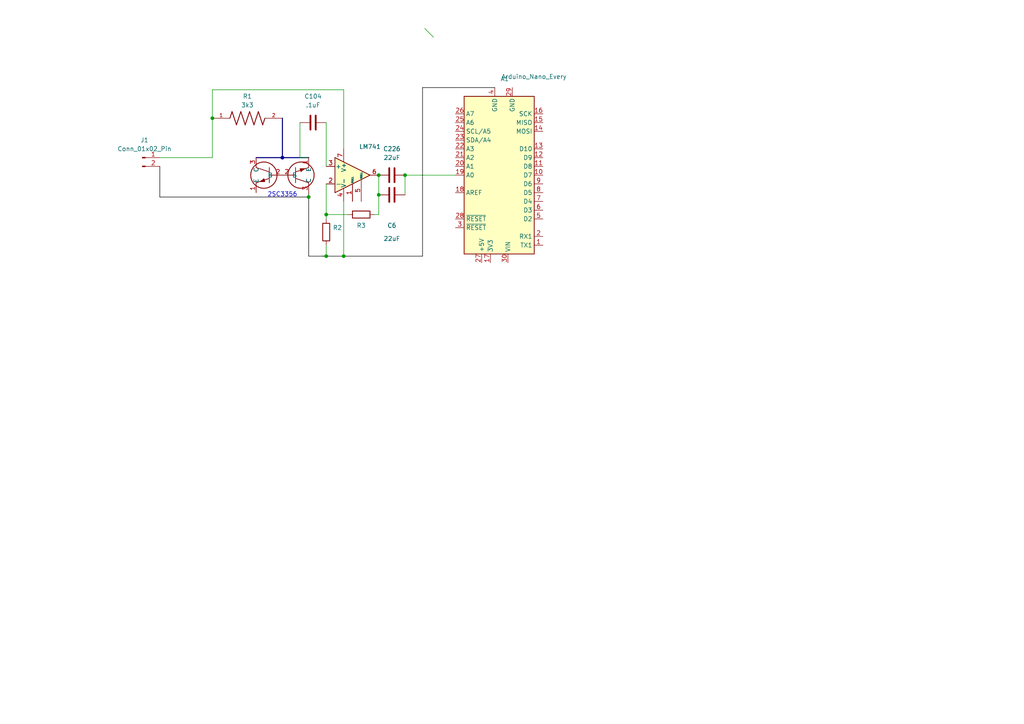
<source format=kicad_sch>
(kicad_sch (version 20231120) (generator "eeschema") (generator_version "8.0")
  (paper "A4")
  (lib_symbols
    (symbol "2024-08-01_13-32-15:2SC3356" (pin_names (offset 0.254))
      (property "Reference" "Q" (at 10.16 2.54 0))
      (property "Value" "2SC3356" (at 10.16 -2.54 0))
      (symbol "2SC3356_0_1"
        (polyline (pts (xy 2.54 0) (xy 3.81 0)) (stroke (width 0.2032)))
        (polyline (pts (xy 3.81 -2.2098) (xy 3.81 2.2098)) (stroke (width 0.2032)))
        (polyline (pts (xy 3.81 -0.9398) (xy 7.62 -2.2098)) (stroke (width 0.2032)))
        (polyline (pts (xy 3.81 0.9398) (xy 7.62 2.2098)) (stroke (width 0.2032)))
        (polyline (pts (xy 7.62 -2.54) (xy 7.62 -2.2098)) (stroke (width 0.2032)))
        (polyline (pts (xy 7.62 2.2098) (xy 7.62 2.54)) (stroke (width 0.2032)))
        (polyline (pts (xy 5.3848 -0.9398) (xy 5.08 -1.905) (xy 6.6548 -1.905)) (fill (type outline)))
        (circle (center 5.3848 0) (radius 3.81) (stroke (width 0.254)))
        (pin unspecified line (at 7.62 -5.08 90) (length 2.54) (name "E") (number "1"))
        (pin unspecified line (at 0 0 0) (length 2.54) (name "B") (number "2"))
        (pin unspecified line (at 7.62 5.08 270) (length 2.54) (name "C") (number "3"))
      )
    )
    (symbol "Amplifier_Operational:LM741" (pin_names (offset 0.127))
      (property "Reference" "U" (at 0 6.35 0))
      (property "Value" "LM741" (at 0 3.81 0))
      (symbol "LM741_0_1"
        (polyline (pts (xy -5.08 5.08) (xy 5.08 0) (xy -5.08 -5.08) (xy -5.08 5.08)) (stroke (width 0.254)) (fill (type background)))
      )
      (symbol "LM741_1_1"
        (pin input line (at 0 -7.62 90) (length 5.08) (name "NULL") (number "1"))
        (pin input line (at -7.62 -2.54 0) (length 2.54) (name "-") (number "2"))
        (pin input line (at -7.62 2.54 0) (length 2.54) (name "+") (number "3"))
        (pin power_in line (at -2.54 -7.62 90) (length 3.81) (name "V-") (number "4"))
        (pin input line (at 2.54 -7.62 90) (length 6.35) (name "NULL") (number "5"))
        (pin output line (at 7.62 0 180) (length 2.54) (name "~") (number "6"))
        (pin power_in line (at -2.54 7.62 270) (length 3.81) (name "V+") (number "7"))
        (pin no_connect line (at 0 2.54 270) (length 2.54) hide (name "NC") (number "8"))
      )
    )
    (symbol "Connector:Conn_01x02_Pin" (pin_names (offset 1.016) hide)
      (property "Reference" "J" (at 0 2.54 0))
      (property "Value" "Conn_01x02_Pin" (at 0 -5.08 0))
      (symbol "Conn_01x02_Pin_1_1"
        (polyline (pts (xy 1.27 -2.54) (xy 0.8636 -2.54)) (stroke (width 0.1524)))
        (polyline (pts (xy 1.27 0) (xy 0.8636 0)) (stroke (width 0.1524)))
        (rectangle (start 0.8636 -2.413) (end 0 -2.667) (stroke (width 0.1524)) (fill (type outline)))
        (rectangle (start 0.8636 0.127) (end 0 -0.127) (stroke (width 0.1524)) (fill (type outline)))
        (pin passive line (at 5.08 0 180) (length 3.81) (name "Pin_1") (number "1"))
        (pin passive line (at 5.08 -2.54 180) (length 3.81) (name "Pin_2") (number "2"))
      )
    )
    (symbol "Device:C" (pin_numbers hide) (pin_names (offset 0.254))
      (property "Reference" "C" (at 0.635 2.54 0))
      (property "Value" "C" (at 0.635 -2.54 0))
      (symbol "C_0_1"
        (polyline (pts (xy -2.032 -0.762) (xy 2.032 -0.762)) (stroke (width 0.508)))
        (polyline (pts (xy -2.032 0.762) (xy 2.032 0.762)) (stroke (width 0.508)))
      )
      (symbol "C_1_1"
        (pin passive line (at 0 3.81 270) (length 2.794) (name "~") (number "1"))
        (pin passive line (at 0 -3.81 90) (length 2.794) (name "~") (number "2"))
      )
    )
    (symbol "Device:R" (pin_numbers hide) (pin_names (offset 0))
      (property "Reference" "R" (at 2.032 0 90))
      (property "Value" "R" (at 0 0 90))
      (symbol "R_0_1"
        (rectangle (start -1.016 -2.54) (end 1.016 2.54) (stroke (width 0.254)))
      )
      (symbol "R_1_1"
        (pin passive line (at 0 3.81 270) (length 1.27) (name "~") (number "1"))
        (pin passive line (at 0 -3.81 90) (length 1.27) (name "~") (number "2"))
      )
    )
    (symbol "MCU_Module:Arduino_Nano_Every"
      (property "Reference" "A1" (at -0.3459 -27.94 0))
      (property "Value" "Arduino_Nano_Every" (at -0.3459 -25.4 0))
      (symbol "Arduino_Nano_Every_0_1"
        (rectangle (start -10.16 22.86) (end 10.16 -22.86) (stroke (width 0.254)) (fill (type background)))
      )
      (symbol "Arduino_Nano_Every_1_1"
        (pin bidirectional line (at -12.7 20.32 0) (length 2.54) (name "TX1") (number "1"))
        (pin bidirectional line (at -12.7 0 0) (length 2.54) (name "D7") (number "10"))
        (pin bidirectional line (at -12.7 -2.54 0) (length 2.54) (name "D8") (number "11"))
        (pin bidirectional line (at -12.7 -5.08 0) (length 2.54) (name "D9") (number "12"))
        (pin bidirectional line (at -12.7 -7.62 0) (length 2.54) (name "D10") (number "13"))
        (pin bidirectional line (at -12.7 -12.7 0) (length 2.54) (name "MOSI") (number "14"))
        (pin bidirectional line (at -12.7 -15.24 0) (length 2.54) (name "MISO") (number "15"))
        (pin bidirectional line (at -12.7 -17.78 0) (length 2.54) (name "SCK") (number "16"))
        (pin power_out line (at 2.54 25.4 270) (length 2.54) (name "3V3") (number "17"))
        (pin input line (at 12.7 5.08 180) (length 2.54) (name "AREF") (number "18"))
        (pin bidirectional line (at 12.7 0 180) (length 2.54) (name "A0") (number "19"))
        (pin bidirectional line (at -12.7 17.78 0) (length 2.54) (name "RX1") (number "2"))
        (pin bidirectional line (at 12.7 -2.54 180) (length 2.54) (name "A1") (number "20"))
        (pin bidirectional line (at 12.7 -5.08 180) (length 2.54) (name "A2") (number "21"))
        (pin bidirectional line (at 12.7 -7.62 180) (length 2.54) (name "A3") (number "22"))
        (pin bidirectional line (at 12.7 -10.16 180) (length 2.54) (name "SDA/A4") (number "23"))
        (pin bidirectional line (at 12.7 -12.7 180) (length 2.54) (name "SCL/A5") (number "24"))
        (pin bidirectional line (at 12.7 -15.24 180) (length 2.54) (name "A6") (number "25"))
        (pin bidirectional line (at 12.7 -17.78 180) (length 2.54) (name "A7") (number "26"))
        (pin power_out line (at 5.08 25.4 270) (length 2.54) (name "+5V") (number "27"))
        (pin input line (at 12.7 12.7 180) (length 2.54) (name "~{RESET}") (number "28"))
        (pin passive line (at -3.81 -25.4 90) (length 2.54) (name "GND") (number "29"))
        (pin input line (at 12.7 15.24 180) (length 2.54) (name "~{RESET}") (number "3"))
        (pin power_in line (at -2.54 25.4 270) (length 2.54) (name "VIN") (number "30"))
        (pin power_in line (at 1.27 -25.4 90) (length 2.54) (name "GND") (number "4"))
        (pin bidirectional line (at -12.7 12.7 0) (length 2.54) (name "D2") (number "5"))
        (pin bidirectional line (at -12.7 10.16 0) (length 2.54) (name "D3") (number "6"))
        (pin bidirectional line (at -12.7 7.62 0) (length 2.54) (name "D4") (number "7"))
        (pin bidirectional line (at -12.7 5.08 0) (length 2.54) (name "D5") (number "8"))
        (pin bidirectional line (at -12.7 2.54 0) (length 2.54) (name "D6") (number "9"))
      )
    )
    (symbol "RC1206JR-0713RL:RC1206JR-0713RL" (pin_names (offset 1.016))
      (property "Reference" "R" (at -7.6244 2.5415 0))
      (property "Value" "RC1206JR-0713RL" (at -7.63 -5.0866 0))
      (symbol "RC1206JR-0713RL_0_0"
        (polyline (pts (xy -5.08 0) (xy -4.445 1.905)) (stroke (width 0.254)))
        (polyline (pts (xy -4.445 1.905) (xy -3.175 -1.905)) (stroke (width 0.254)))
        (polyline (pts (xy -3.175 -1.905) (xy -1.905 1.905)) (stroke (width 0.254)))
        (polyline (pts (xy -1.905 1.905) (xy -0.635 -1.905)) (stroke (width 0.254)))
        (polyline (pts (xy -0.635 -1.905) (xy 0.635 1.905)) (stroke (width 0.254)))
        (polyline (pts (xy 0.635 1.905) (xy 1.905 -1.905)) (stroke (width 0.254)))
        (polyline (pts (xy 1.905 -1.905) (xy 3.175 1.905)) (stroke (width 0.254)))
        (polyline (pts (xy 3.175 1.905) (xy 4.445 -1.905)) (stroke (width 0.254)))
        (polyline (pts (xy 4.445 -1.905) (xy 5.08 0)) (stroke (width 0.254)))
        (pin passive line (at -10.16 0 0) (length 5.08) (name "~") (number "1"))
        (pin passive line (at 10.16 0 180) (length 5.08) (name "~") (number "2"))
      )
    )
  )
  (junction (at 94.615 62.23))
  (junction (at 109.855 56.515))
  (junction (at 61.595 34.29))
  (junction (at 89.535 57.15))
  (junction (at 109.855 50.8))
  (junction (at 99.695 74.295))
  (junction (at 94.615 74.295))
  (junction (at 117.475 50.8))
  (junction (at 81.915 45.72))
  (bus_entry (at 123.19 8.255) (size 2.54 2.54))
  (wire (pts (xy 86.995 35.56) (xy 86.995 45.72)))
  (wire (pts (xy 122.555 25.4) (xy 122.555 74.295)) (stroke (width 0) (color 0 0 0 1)))
  (wire (pts (xy 94.615 35.56) (xy 94.615 48.26)))
  (wire (pts (xy 94.615 62.23) (xy 94.615 63.5)))
  (wire (pts (xy 122.555 25.4) (xy 143.51 25.4)) (stroke (width 0) (color 0 0 0 1)))
  (wire (pts (xy 61.595 45.72) (xy 61.595 34.29)))
  (wire (pts (xy 94.615 71.12) (xy 94.615 74.295)))
  (wire (pts (xy 89.535 55.88) (xy 89.535 57.15)) (stroke (width 0) (color 0 0 0 1)))
  (wire (pts (xy 94.615 53.34) (xy 94.615 62.23)))
  (wire (pts (xy 109.855 50.8) (xy 109.855 56.515)))
  (wire (pts (xy 89.535 57.15) (xy 89.535 74.295)) (stroke (width 0) (color 0 0 0 1)))
  (wire (pts (xy 61.595 26.035) (xy 61.595 34.29)))
  (bus (pts (xy 81.915 45.72) (xy 89.535 45.72)))
  (wire (pts (xy 89.535 57.15) (xy 46.355 57.15)) (stroke (width 0) (color 0 0 0 1)))
  (wire (pts (xy 94.615 74.295) (xy 99.695 74.295)) (stroke (width 0) (color 0 0 0 1)))
  (wire (pts (xy 86.995 45.72) (xy 89.535 45.72)))
  (wire (pts (xy 94.615 74.295) (xy 93.345 74.295)))
  (bus (pts (xy 74.295 45.72) (xy 81.915 45.72)))
  (wire (pts (xy 109.855 62.23) (xy 108.585 62.23)))
  (bus (pts (xy 81.915 45.72) (xy 81.915 34.29)))
  (wire (pts (xy 99.695 74.295) (xy 122.555 74.295)) (stroke (width 0) (color 0 0 0 1)))
  (wire (pts (xy 99.695 58.42) (xy 99.695 74.295)))
  (wire (pts (xy 100.965 62.23) (xy 94.615 62.23)))
  (wire (pts (xy 46.355 45.72) (xy 61.595 45.72)))
  (wire (pts (xy 109.855 56.515) (xy 109.855 62.23)))
  (wire (pts (xy 117.475 50.8) (xy 117.475 56.515)))
  (wire (pts (xy 89.535 74.295) (xy 94.615 74.295)) (stroke (width 0) (color 0 0 0 1)))
  (wire (pts (xy 46.355 57.15) (xy 46.355 48.26)) (stroke (width 0) (color 0 0 0 1)))
  (wire (pts (xy 99.695 26.035) (xy 61.595 26.035)))
  (wire (pts (xy 99.695 43.18) (xy 99.695 26.035)))
  (wire (pts (xy 132.08 50.8) (xy 117.475 50.8)))
  (text "2SC3356" (at 81.915 56.515 0) (effects (font (size 1.27 1.27))))
  (symbol (lib_id "Device:C") (at 90.805 35.56 90) (unit 1)
    (property "Reference" "C104" (at 90.805 27.94 90))
    (property "Value" ".1uF" (at 90.805 30.48 90))
    (property "Footprint" "Capacitor_SMD:C_0504_1310Metric_Pad0.83x1.28mm_HandSolder" (effects (hide yes)))
    (property "Description" "Unpolarized capacitor" (effects (hide yes)))
  )
  (symbol (lib_id "Amplifier_Operational:LM741") (at 102.235 50.8 0) (unit 1)
    (property "Reference" "U2" (effects (hide yes)))
    (property "Value" "LM741" (at 107.315 42.545 0))
    (property "Footprint" "LM386:LM386_custom" (effects (hide yes)))
    (property "Datasheet" "http://www.ti.com/lit/ds/symlink/lm741.pdf" (effects (hide yes)))
    (property "Description" "Operational Amplifier, DIP-8/TO-99-8" (effects (hide yes)))
  )
  (symbol (lib_id "Device:R") (at 104.775 62.23 90) (unit 1)
    (property "Reference" "R3" (at 104.775 65.405 90))
    (property "Value" "R" (effects (hide yes)))
    (property "Footprint" "1206:RESC3116X65N" (effects (hide yes)))
    (property "Description" "Resistor" (effects (hide yes)))
  )
  (symbol (lib_id "Device:C") (at 113.665 50.8 90) (unit 1)
    (property "Reference" "C226" (at 113.665 43.18 90))
    (property "Value" "22uF" (at 113.665 45.72 90))
    (property "Footprint" "Capacitor_SMD:C_0504_1310Metric_Pad0.83x1.28mm_HandSolder" (effects (hide yes)))
    (property "Description" "Unpolarized capacitor" (effects (hide yes)))
  )
  (symbol (lib_id "RC1206JR-0713RL:RC1206JR-0713RL") (at 71.755 34.29 0) (unit 1)
    (property "Reference" "R1" (at 71.755 27.94 0))
    (property "Value" "3k3" (at 71.755 30.48 0))
    (property "Footprint" "1206:RESC3116X65N" (effects (hide yes)))
    (property "MF" "Yageo" (effects (hide yes)))
    (property "Description_1" "\n13 Ohms ±5% 0.25W, 1/4W Chip Resistor 1206 (3216 Metric) Moisture Resistant Thick Film\n" (effects (hide yes)))
    (property "Package" "3116 Yageo" (effects (hide yes)))
    (property "Price" "None" (effects (hide yes)))
    (property "SnapEDA_Link" "https://www.snapeda.com/parts/RC1206JR-0713RL/Yageo/view-part/?ref=snap" (effects (hide yes)))
    (property "MP" "RC1206JR-0713RL" (effects (hide yes)))
    (property "Purchase-URL" "https://www.snapeda.com/api/url_track_click_mouser/?unipart_id=105893&manufacturer=Yageo&part_name=RC1206JR-0713RL&search_term=None" (effects (hide yes)))
    (property "Availability" "In Stock" (effects (hide yes)))
    (property "Check_prices" "https://www.snapeda.com/parts/RC1206JR-0713RL/Yageo/view-part/?ref=eda" (effects (hide yes)))
  )
  (symbol (lib_id "MCU_Module:Arduino_Nano_Every") (at 144.78 50.8 180) (unit 1)
    (property "Reference" "A1" (at 145.1259 22.86 0) (effects (justify right)))
    (property "Value" "Arduino_Nano_Every" (at 145.415 22.225 0) (effects (justify right)))
    (property "Footprint" "Module:Arduino_Nano" (effects (hide yes)))
    (property "Datasheet" "https://content.arduino.cc/assets/NANOEveryV3.0_sch.pdf" (effects (hide yes)))
    (property "Description" "Arduino Nano Every" (effects (hide yes)))
  )
  (symbol (lib_id "Device:R") (at 94.615 67.31 0) (unit 1)
    (property "Reference" "R2" (at 96.52 66.0399 0) (effects (justify left)))
    (property "Value" "R" (effects (hide yes)))
    (property "Footprint" "1206:RESC3116X65N" (effects (hide yes)))
    (property "Description" "Resistor" (effects (hide yes)))
  )
  (symbol (lib_id "2024-08-01_13-32-15:2SC3356") (at 81.915 50.8 0) (mirror y) (unit 1)
    (property "Reference" "Q1" (effects (hide yes)))
    (property "Value" "2SC3356" (effects (hide yes)))
    (property "Footprint" "2SC3356:SOT-23_MINIMOLD_REN" (effects (hide yes)))
    (property "Datasheet" "2SC3356" (effects (hide yes)))
  )
  (symbol (lib_id "2024-08-01_13-32-15:2SC3356") (at 81.915 50.8 0) (mirror x) (unit 1)
    (property "Reference" "Q3" (effects (hide yes)))
    (property "Value" "2SC3356" (effects (hide yes)))
    (property "Footprint" "2SC3356:SOT-23_MINIMOLD_REN" (effects (hide yes)))
    (property "Datasheet" "2SC3356" (effects (hide yes)))
  )
  (symbol (lib_id "Device:C") (at 113.665 56.515 90) (unit 1)
    (property "Reference" "C6" (at 113.665 65.405 90))
    (property "Value" "22uF" (at 113.665 69.215 90))
    (property "Footprint" "Capacitor_SMD:C_0504_1310Metric_Pad0.83x1.28mm_HandSolder" (effects (hide yes)))
    (property "Description" "Unpolarized capacitor" (effects (hide yes)))
  )
  (symbol (lib_id "Connector:Conn_01x02_Pin") (at 41.275 45.72 0) (unit 1)
    (property "Reference" "J1" (at 41.91 40.64 0))
    (property "Value" "Conn_01x02_Pin" (at 41.91 43.18 0))
    (property "Footprint" "Connector_PinHeader_2.54mm:PinHeader_1x02_P2.54mm_Horizontal" (effects (hide yes)))
    (property "Description" "Generic connector, single row, 01x02, script generated" (effects (hide yes)))
  )
)
</source>
